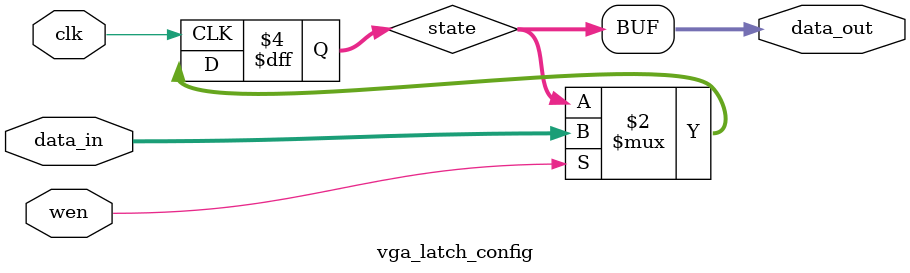
<source format=v>

module vga_latch_config #(
    parameter WIDTH=32
) (
    input wire clk,

    input wire wen,                 // Write enable
    input wire [WIDTH-1:0] data_in, // Data to write during second half of clock when wen is high

    output wire [WIDTH-1:0] data_out
);

`ifdef SIM
    reg [WIDTH-1:0] state;

    /* verilator lint_off SYNCASYNCNET */
    always @(wen or data_in) begin
        if (wen) state <= data_in;
    end
    /* verilator lint_on SYNCASYNCNET */

    assign data_out = state;

    wire _unused = &{clk, 1'b0};

`elsif SCL_sky130_fd_sc_hd
    /* verilator lint_off PINMISSING */
    genvar i;
    generate
        for (i = 0; i < WIDTH; i = i+1) begin : gen_latch
            sky130_fd_sc_hd__dlxtp_1 state (.Q(data_out[i]), .D(data_in[i]), .GATE(wen) );
        end
    endgenerate
    /* verilator lint_on PINMISSING */

    wire _unused = &{clk, 1'b0};
`else
    reg [WIDTH-1:0] state;
    always @(posedge clk) begin
        if (wen) state <= data_in;
    end

    assign data_out = state;
`endif

endmodule

</source>
